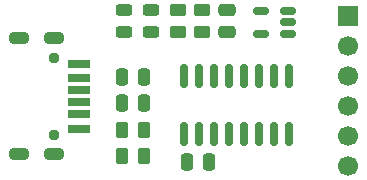
<source format=gbr>
%TF.GenerationSoftware,KiCad,Pcbnew,9.0.5*%
%TF.CreationDate,2025-12-13T22:10:15+05:30*%
%TF.ProjectId,Serial-Basic-CH340C-and-USBC,53657269-616c-42d4-9261-7369632d4348,V1.2*%
%TF.SameCoordinates,Original*%
%TF.FileFunction,Soldermask,Top*%
%TF.FilePolarity,Negative*%
%FSLAX46Y46*%
G04 Gerber Fmt 4.6, Leading zero omitted, Abs format (unit mm)*
G04 Created by KiCad (PCBNEW 9.0.5) date 2025-12-13 22:10:16*
%MOMM*%
%LPD*%
G01*
G04 APERTURE LIST*
G04 Aperture macros list*
%AMRoundRect*
0 Rectangle with rounded corners*
0 $1 Rounding radius*
0 $2 $3 $4 $5 $6 $7 $8 $9 X,Y pos of 4 corners*
0 Add a 4 corners polygon primitive as box body*
4,1,4,$2,$3,$4,$5,$6,$7,$8,$9,$2,$3,0*
0 Add four circle primitives for the rounded corners*
1,1,$1+$1,$2,$3*
1,1,$1+$1,$4,$5*
1,1,$1+$1,$6,$7*
1,1,$1+$1,$8,$9*
0 Add four rect primitives between the rounded corners*
20,1,$1+$1,$2,$3,$4,$5,0*
20,1,$1+$1,$4,$5,$6,$7,0*
20,1,$1+$1,$6,$7,$8,$9,0*
20,1,$1+$1,$8,$9,$2,$3,0*%
G04 Aperture macros list end*
%ADD10RoundRect,0.250000X0.250000X0.475000X-0.250000X0.475000X-0.250000X-0.475000X0.250000X-0.475000X0*%
%ADD11RoundRect,0.250000X0.450000X-0.262500X0.450000X0.262500X-0.450000X0.262500X-0.450000X-0.262500X0*%
%ADD12C,0.950000*%
%ADD13R,1.900000X0.800000*%
%ADD14R,1.900000X0.760000*%
%ADD15R,1.900000X0.700000*%
%ADD16O,1.800000X1.100000*%
%ADD17RoundRect,0.250000X-0.250000X-0.475000X0.250000X-0.475000X0.250000X0.475000X-0.250000X0.475000X0*%
%ADD18RoundRect,0.250000X0.262500X0.450000X-0.262500X0.450000X-0.262500X-0.450000X0.262500X-0.450000X0*%
%ADD19RoundRect,0.250000X0.475000X-0.250000X0.475000X0.250000X-0.475000X0.250000X-0.475000X-0.250000X0*%
%ADD20RoundRect,0.243750X0.456250X-0.243750X0.456250X0.243750X-0.456250X0.243750X-0.456250X-0.243750X0*%
%ADD21RoundRect,0.150000X0.512500X0.150000X-0.512500X0.150000X-0.512500X-0.150000X0.512500X-0.150000X0*%
%ADD22RoundRect,0.150000X0.150000X-0.825000X0.150000X0.825000X-0.150000X0.825000X-0.150000X-0.825000X0*%
%ADD23R,1.700000X1.700000*%
%ADD24C,1.700000*%
G04 APERTURE END LIST*
D10*
%TO.C,C2*%
X167200000Y-118250000D03*
X165300000Y-118250000D03*
%TD*%
D11*
%TO.C,R3*%
X164535000Y-107228500D03*
X164535000Y-105403500D03*
%TD*%
%TO.C,R4*%
X166608666Y-107228500D03*
X166608666Y-105403500D03*
%TD*%
D12*
%TO.C,U3*%
X154030000Y-109405000D03*
X154070000Y-115905000D03*
D13*
X156180000Y-109905000D03*
D14*
X156180000Y-111135000D03*
D15*
X156180000Y-112155000D03*
X156180000Y-113155000D03*
D14*
X156180000Y-114175000D03*
D13*
X156180000Y-115405000D03*
D16*
X154030000Y-107760000D03*
X151130000Y-107760000D03*
X154030000Y-117550000D03*
X151130000Y-117550000D03*
%TD*%
D17*
%TO.C,C3*%
X159800000Y-113250000D03*
X161700000Y-113250000D03*
%TD*%
D18*
%TO.C,R2*%
X161662500Y-117750000D03*
X159837500Y-117750000D03*
%TD*%
D19*
%TO.C,C4*%
X168691000Y-107266000D03*
X168691000Y-105366000D03*
%TD*%
D20*
%TO.C,D1*%
X162310000Y-107233500D03*
X162310000Y-105358500D03*
%TD*%
D21*
%TO.C,U2*%
X173893500Y-107367000D03*
X173893500Y-106417000D03*
X173893500Y-105467000D03*
X171618500Y-105467000D03*
X171618500Y-107367000D03*
%TD*%
D22*
%TO.C,U1*%
X165082000Y-115861000D03*
X166352000Y-115861000D03*
X167622000Y-115861000D03*
X168892000Y-115861000D03*
X170162000Y-115861000D03*
X171432000Y-115861000D03*
X172702000Y-115861000D03*
X173972000Y-115861000D03*
X173972000Y-110911000D03*
X172702000Y-110911000D03*
X171432000Y-110911000D03*
X170162000Y-110911000D03*
X168892000Y-110911000D03*
X167622000Y-110911000D03*
X166352000Y-110911000D03*
X165082000Y-110911000D03*
%TD*%
D17*
%TO.C,C1*%
X159800000Y-111000000D03*
X161700000Y-111000000D03*
%TD*%
D18*
%TO.C,R1*%
X161662500Y-115500000D03*
X159837500Y-115500000D03*
%TD*%
D23*
%TO.C,J2*%
X178992000Y-105843000D03*
D24*
X178992000Y-108383000D03*
X178992000Y-110923000D03*
X178992000Y-113463000D03*
X178992000Y-116003000D03*
X178992000Y-118543000D03*
%TD*%
D20*
%TO.C,D2*%
X160000000Y-107233500D03*
X160000000Y-105358500D03*
%TD*%
M02*

</source>
